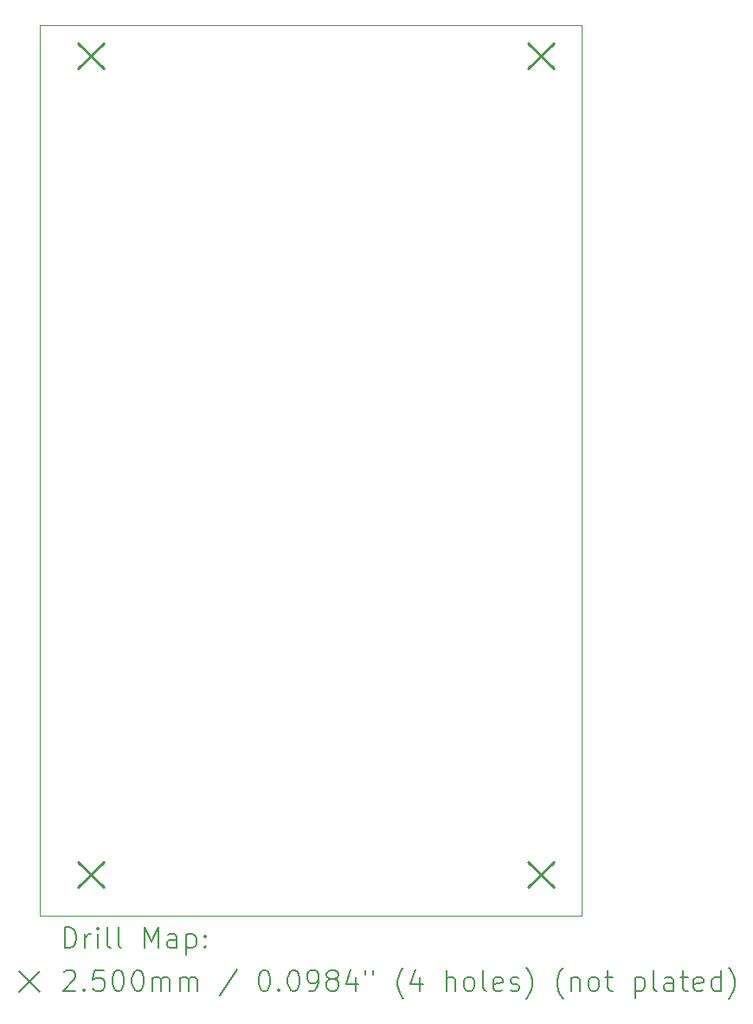
<source format=gbr>
%TF.GenerationSoftware,KiCad,Pcbnew,7.0.1*%
%TF.CreationDate,2023-04-21T09:32:05-07:00*%
%TF.ProjectId,xt60_array,78743630-5f61-4727-9261-792e6b696361,rev?*%
%TF.SameCoordinates,Original*%
%TF.FileFunction,Drillmap*%
%TF.FilePolarity,Positive*%
%FSLAX45Y45*%
G04 Gerber Fmt 4.5, Leading zero omitted, Abs format (unit mm)*
G04 Created by KiCad (PCBNEW 7.0.1) date 2023-04-21 09:32:05*
%MOMM*%
%LPD*%
G01*
G04 APERTURE LIST*
%ADD10C,0.100000*%
%ADD11C,0.200000*%
%ADD12C,0.250000*%
G04 APERTURE END LIST*
D10*
X14200000Y-5300000D02*
X19500000Y-5300000D01*
X19500000Y-14000000D01*
X14200000Y-14000000D01*
X14200000Y-5300000D01*
D11*
D12*
X14575000Y-5475000D02*
X14825000Y-5725000D01*
X14825000Y-5475000D02*
X14575000Y-5725000D01*
X14575000Y-13475000D02*
X14825000Y-13725000D01*
X14825000Y-13475000D02*
X14575000Y-13725000D01*
X18975000Y-5475000D02*
X19225000Y-5725000D01*
X19225000Y-5475000D02*
X18975000Y-5725000D01*
X18975000Y-13475000D02*
X19225000Y-13725000D01*
X19225000Y-13475000D02*
X18975000Y-13725000D01*
D11*
X14442619Y-14317524D02*
X14442619Y-14117524D01*
X14442619Y-14117524D02*
X14490238Y-14117524D01*
X14490238Y-14117524D02*
X14518809Y-14127048D01*
X14518809Y-14127048D02*
X14537857Y-14146095D01*
X14537857Y-14146095D02*
X14547381Y-14165143D01*
X14547381Y-14165143D02*
X14556905Y-14203238D01*
X14556905Y-14203238D02*
X14556905Y-14231809D01*
X14556905Y-14231809D02*
X14547381Y-14269905D01*
X14547381Y-14269905D02*
X14537857Y-14288952D01*
X14537857Y-14288952D02*
X14518809Y-14308000D01*
X14518809Y-14308000D02*
X14490238Y-14317524D01*
X14490238Y-14317524D02*
X14442619Y-14317524D01*
X14642619Y-14317524D02*
X14642619Y-14184190D01*
X14642619Y-14222286D02*
X14652143Y-14203238D01*
X14652143Y-14203238D02*
X14661667Y-14193714D01*
X14661667Y-14193714D02*
X14680714Y-14184190D01*
X14680714Y-14184190D02*
X14699762Y-14184190D01*
X14766428Y-14317524D02*
X14766428Y-14184190D01*
X14766428Y-14117524D02*
X14756905Y-14127048D01*
X14756905Y-14127048D02*
X14766428Y-14136571D01*
X14766428Y-14136571D02*
X14775952Y-14127048D01*
X14775952Y-14127048D02*
X14766428Y-14117524D01*
X14766428Y-14117524D02*
X14766428Y-14136571D01*
X14890238Y-14317524D02*
X14871190Y-14308000D01*
X14871190Y-14308000D02*
X14861667Y-14288952D01*
X14861667Y-14288952D02*
X14861667Y-14117524D01*
X14995000Y-14317524D02*
X14975952Y-14308000D01*
X14975952Y-14308000D02*
X14966428Y-14288952D01*
X14966428Y-14288952D02*
X14966428Y-14117524D01*
X15223571Y-14317524D02*
X15223571Y-14117524D01*
X15223571Y-14117524D02*
X15290238Y-14260381D01*
X15290238Y-14260381D02*
X15356905Y-14117524D01*
X15356905Y-14117524D02*
X15356905Y-14317524D01*
X15537857Y-14317524D02*
X15537857Y-14212762D01*
X15537857Y-14212762D02*
X15528333Y-14193714D01*
X15528333Y-14193714D02*
X15509286Y-14184190D01*
X15509286Y-14184190D02*
X15471190Y-14184190D01*
X15471190Y-14184190D02*
X15452143Y-14193714D01*
X15537857Y-14308000D02*
X15518809Y-14317524D01*
X15518809Y-14317524D02*
X15471190Y-14317524D01*
X15471190Y-14317524D02*
X15452143Y-14308000D01*
X15452143Y-14308000D02*
X15442619Y-14288952D01*
X15442619Y-14288952D02*
X15442619Y-14269905D01*
X15442619Y-14269905D02*
X15452143Y-14250857D01*
X15452143Y-14250857D02*
X15471190Y-14241333D01*
X15471190Y-14241333D02*
X15518809Y-14241333D01*
X15518809Y-14241333D02*
X15537857Y-14231809D01*
X15633095Y-14184190D02*
X15633095Y-14384190D01*
X15633095Y-14193714D02*
X15652143Y-14184190D01*
X15652143Y-14184190D02*
X15690238Y-14184190D01*
X15690238Y-14184190D02*
X15709286Y-14193714D01*
X15709286Y-14193714D02*
X15718809Y-14203238D01*
X15718809Y-14203238D02*
X15728333Y-14222286D01*
X15728333Y-14222286D02*
X15728333Y-14279428D01*
X15728333Y-14279428D02*
X15718809Y-14298476D01*
X15718809Y-14298476D02*
X15709286Y-14308000D01*
X15709286Y-14308000D02*
X15690238Y-14317524D01*
X15690238Y-14317524D02*
X15652143Y-14317524D01*
X15652143Y-14317524D02*
X15633095Y-14308000D01*
X15814048Y-14298476D02*
X15823571Y-14308000D01*
X15823571Y-14308000D02*
X15814048Y-14317524D01*
X15814048Y-14317524D02*
X15804524Y-14308000D01*
X15804524Y-14308000D02*
X15814048Y-14298476D01*
X15814048Y-14298476D02*
X15814048Y-14317524D01*
X15814048Y-14193714D02*
X15823571Y-14203238D01*
X15823571Y-14203238D02*
X15814048Y-14212762D01*
X15814048Y-14212762D02*
X15804524Y-14203238D01*
X15804524Y-14203238D02*
X15814048Y-14193714D01*
X15814048Y-14193714D02*
X15814048Y-14212762D01*
X13995000Y-14545000D02*
X14195000Y-14745000D01*
X14195000Y-14545000D02*
X13995000Y-14745000D01*
X14433095Y-14556571D02*
X14442619Y-14547048D01*
X14442619Y-14547048D02*
X14461667Y-14537524D01*
X14461667Y-14537524D02*
X14509286Y-14537524D01*
X14509286Y-14537524D02*
X14528333Y-14547048D01*
X14528333Y-14547048D02*
X14537857Y-14556571D01*
X14537857Y-14556571D02*
X14547381Y-14575619D01*
X14547381Y-14575619D02*
X14547381Y-14594667D01*
X14547381Y-14594667D02*
X14537857Y-14623238D01*
X14537857Y-14623238D02*
X14423571Y-14737524D01*
X14423571Y-14737524D02*
X14547381Y-14737524D01*
X14633095Y-14718476D02*
X14642619Y-14728000D01*
X14642619Y-14728000D02*
X14633095Y-14737524D01*
X14633095Y-14737524D02*
X14623571Y-14728000D01*
X14623571Y-14728000D02*
X14633095Y-14718476D01*
X14633095Y-14718476D02*
X14633095Y-14737524D01*
X14823571Y-14537524D02*
X14728333Y-14537524D01*
X14728333Y-14537524D02*
X14718809Y-14632762D01*
X14718809Y-14632762D02*
X14728333Y-14623238D01*
X14728333Y-14623238D02*
X14747381Y-14613714D01*
X14747381Y-14613714D02*
X14795000Y-14613714D01*
X14795000Y-14613714D02*
X14814048Y-14623238D01*
X14814048Y-14623238D02*
X14823571Y-14632762D01*
X14823571Y-14632762D02*
X14833095Y-14651809D01*
X14833095Y-14651809D02*
X14833095Y-14699428D01*
X14833095Y-14699428D02*
X14823571Y-14718476D01*
X14823571Y-14718476D02*
X14814048Y-14728000D01*
X14814048Y-14728000D02*
X14795000Y-14737524D01*
X14795000Y-14737524D02*
X14747381Y-14737524D01*
X14747381Y-14737524D02*
X14728333Y-14728000D01*
X14728333Y-14728000D02*
X14718809Y-14718476D01*
X14956905Y-14537524D02*
X14975952Y-14537524D01*
X14975952Y-14537524D02*
X14995000Y-14547048D01*
X14995000Y-14547048D02*
X15004524Y-14556571D01*
X15004524Y-14556571D02*
X15014048Y-14575619D01*
X15014048Y-14575619D02*
X15023571Y-14613714D01*
X15023571Y-14613714D02*
X15023571Y-14661333D01*
X15023571Y-14661333D02*
X15014048Y-14699428D01*
X15014048Y-14699428D02*
X15004524Y-14718476D01*
X15004524Y-14718476D02*
X14995000Y-14728000D01*
X14995000Y-14728000D02*
X14975952Y-14737524D01*
X14975952Y-14737524D02*
X14956905Y-14737524D01*
X14956905Y-14737524D02*
X14937857Y-14728000D01*
X14937857Y-14728000D02*
X14928333Y-14718476D01*
X14928333Y-14718476D02*
X14918809Y-14699428D01*
X14918809Y-14699428D02*
X14909286Y-14661333D01*
X14909286Y-14661333D02*
X14909286Y-14613714D01*
X14909286Y-14613714D02*
X14918809Y-14575619D01*
X14918809Y-14575619D02*
X14928333Y-14556571D01*
X14928333Y-14556571D02*
X14937857Y-14547048D01*
X14937857Y-14547048D02*
X14956905Y-14537524D01*
X15147381Y-14537524D02*
X15166429Y-14537524D01*
X15166429Y-14537524D02*
X15185476Y-14547048D01*
X15185476Y-14547048D02*
X15195000Y-14556571D01*
X15195000Y-14556571D02*
X15204524Y-14575619D01*
X15204524Y-14575619D02*
X15214048Y-14613714D01*
X15214048Y-14613714D02*
X15214048Y-14661333D01*
X15214048Y-14661333D02*
X15204524Y-14699428D01*
X15204524Y-14699428D02*
X15195000Y-14718476D01*
X15195000Y-14718476D02*
X15185476Y-14728000D01*
X15185476Y-14728000D02*
X15166429Y-14737524D01*
X15166429Y-14737524D02*
X15147381Y-14737524D01*
X15147381Y-14737524D02*
X15128333Y-14728000D01*
X15128333Y-14728000D02*
X15118809Y-14718476D01*
X15118809Y-14718476D02*
X15109286Y-14699428D01*
X15109286Y-14699428D02*
X15099762Y-14661333D01*
X15099762Y-14661333D02*
X15099762Y-14613714D01*
X15099762Y-14613714D02*
X15109286Y-14575619D01*
X15109286Y-14575619D02*
X15118809Y-14556571D01*
X15118809Y-14556571D02*
X15128333Y-14547048D01*
X15128333Y-14547048D02*
X15147381Y-14537524D01*
X15299762Y-14737524D02*
X15299762Y-14604190D01*
X15299762Y-14623238D02*
X15309286Y-14613714D01*
X15309286Y-14613714D02*
X15328333Y-14604190D01*
X15328333Y-14604190D02*
X15356905Y-14604190D01*
X15356905Y-14604190D02*
X15375952Y-14613714D01*
X15375952Y-14613714D02*
X15385476Y-14632762D01*
X15385476Y-14632762D02*
X15385476Y-14737524D01*
X15385476Y-14632762D02*
X15395000Y-14613714D01*
X15395000Y-14613714D02*
X15414048Y-14604190D01*
X15414048Y-14604190D02*
X15442619Y-14604190D01*
X15442619Y-14604190D02*
X15461667Y-14613714D01*
X15461667Y-14613714D02*
X15471190Y-14632762D01*
X15471190Y-14632762D02*
X15471190Y-14737524D01*
X15566429Y-14737524D02*
X15566429Y-14604190D01*
X15566429Y-14623238D02*
X15575952Y-14613714D01*
X15575952Y-14613714D02*
X15595000Y-14604190D01*
X15595000Y-14604190D02*
X15623571Y-14604190D01*
X15623571Y-14604190D02*
X15642619Y-14613714D01*
X15642619Y-14613714D02*
X15652143Y-14632762D01*
X15652143Y-14632762D02*
X15652143Y-14737524D01*
X15652143Y-14632762D02*
X15661667Y-14613714D01*
X15661667Y-14613714D02*
X15680714Y-14604190D01*
X15680714Y-14604190D02*
X15709286Y-14604190D01*
X15709286Y-14604190D02*
X15728333Y-14613714D01*
X15728333Y-14613714D02*
X15737857Y-14632762D01*
X15737857Y-14632762D02*
X15737857Y-14737524D01*
X16128333Y-14528000D02*
X15956905Y-14785143D01*
X16385476Y-14537524D02*
X16404524Y-14537524D01*
X16404524Y-14537524D02*
X16423572Y-14547048D01*
X16423572Y-14547048D02*
X16433095Y-14556571D01*
X16433095Y-14556571D02*
X16442619Y-14575619D01*
X16442619Y-14575619D02*
X16452143Y-14613714D01*
X16452143Y-14613714D02*
X16452143Y-14661333D01*
X16452143Y-14661333D02*
X16442619Y-14699428D01*
X16442619Y-14699428D02*
X16433095Y-14718476D01*
X16433095Y-14718476D02*
X16423572Y-14728000D01*
X16423572Y-14728000D02*
X16404524Y-14737524D01*
X16404524Y-14737524D02*
X16385476Y-14737524D01*
X16385476Y-14737524D02*
X16366429Y-14728000D01*
X16366429Y-14728000D02*
X16356905Y-14718476D01*
X16356905Y-14718476D02*
X16347381Y-14699428D01*
X16347381Y-14699428D02*
X16337857Y-14661333D01*
X16337857Y-14661333D02*
X16337857Y-14613714D01*
X16337857Y-14613714D02*
X16347381Y-14575619D01*
X16347381Y-14575619D02*
X16356905Y-14556571D01*
X16356905Y-14556571D02*
X16366429Y-14547048D01*
X16366429Y-14547048D02*
X16385476Y-14537524D01*
X16537857Y-14718476D02*
X16547381Y-14728000D01*
X16547381Y-14728000D02*
X16537857Y-14737524D01*
X16537857Y-14737524D02*
X16528333Y-14728000D01*
X16528333Y-14728000D02*
X16537857Y-14718476D01*
X16537857Y-14718476D02*
X16537857Y-14737524D01*
X16671191Y-14537524D02*
X16690238Y-14537524D01*
X16690238Y-14537524D02*
X16709286Y-14547048D01*
X16709286Y-14547048D02*
X16718810Y-14556571D01*
X16718810Y-14556571D02*
X16728333Y-14575619D01*
X16728333Y-14575619D02*
X16737857Y-14613714D01*
X16737857Y-14613714D02*
X16737857Y-14661333D01*
X16737857Y-14661333D02*
X16728333Y-14699428D01*
X16728333Y-14699428D02*
X16718810Y-14718476D01*
X16718810Y-14718476D02*
X16709286Y-14728000D01*
X16709286Y-14728000D02*
X16690238Y-14737524D01*
X16690238Y-14737524D02*
X16671191Y-14737524D01*
X16671191Y-14737524D02*
X16652143Y-14728000D01*
X16652143Y-14728000D02*
X16642619Y-14718476D01*
X16642619Y-14718476D02*
X16633095Y-14699428D01*
X16633095Y-14699428D02*
X16623572Y-14661333D01*
X16623572Y-14661333D02*
X16623572Y-14613714D01*
X16623572Y-14613714D02*
X16633095Y-14575619D01*
X16633095Y-14575619D02*
X16642619Y-14556571D01*
X16642619Y-14556571D02*
X16652143Y-14547048D01*
X16652143Y-14547048D02*
X16671191Y-14537524D01*
X16833095Y-14737524D02*
X16871191Y-14737524D01*
X16871191Y-14737524D02*
X16890238Y-14728000D01*
X16890238Y-14728000D02*
X16899762Y-14718476D01*
X16899762Y-14718476D02*
X16918810Y-14689905D01*
X16918810Y-14689905D02*
X16928334Y-14651809D01*
X16928334Y-14651809D02*
X16928334Y-14575619D01*
X16928334Y-14575619D02*
X16918810Y-14556571D01*
X16918810Y-14556571D02*
X16909286Y-14547048D01*
X16909286Y-14547048D02*
X16890238Y-14537524D01*
X16890238Y-14537524D02*
X16852143Y-14537524D01*
X16852143Y-14537524D02*
X16833095Y-14547048D01*
X16833095Y-14547048D02*
X16823572Y-14556571D01*
X16823572Y-14556571D02*
X16814048Y-14575619D01*
X16814048Y-14575619D02*
X16814048Y-14623238D01*
X16814048Y-14623238D02*
X16823572Y-14642286D01*
X16823572Y-14642286D02*
X16833095Y-14651809D01*
X16833095Y-14651809D02*
X16852143Y-14661333D01*
X16852143Y-14661333D02*
X16890238Y-14661333D01*
X16890238Y-14661333D02*
X16909286Y-14651809D01*
X16909286Y-14651809D02*
X16918810Y-14642286D01*
X16918810Y-14642286D02*
X16928334Y-14623238D01*
X17042619Y-14623238D02*
X17023572Y-14613714D01*
X17023572Y-14613714D02*
X17014048Y-14604190D01*
X17014048Y-14604190D02*
X17004524Y-14585143D01*
X17004524Y-14585143D02*
X17004524Y-14575619D01*
X17004524Y-14575619D02*
X17014048Y-14556571D01*
X17014048Y-14556571D02*
X17023572Y-14547048D01*
X17023572Y-14547048D02*
X17042619Y-14537524D01*
X17042619Y-14537524D02*
X17080715Y-14537524D01*
X17080715Y-14537524D02*
X17099762Y-14547048D01*
X17099762Y-14547048D02*
X17109286Y-14556571D01*
X17109286Y-14556571D02*
X17118810Y-14575619D01*
X17118810Y-14575619D02*
X17118810Y-14585143D01*
X17118810Y-14585143D02*
X17109286Y-14604190D01*
X17109286Y-14604190D02*
X17099762Y-14613714D01*
X17099762Y-14613714D02*
X17080715Y-14623238D01*
X17080715Y-14623238D02*
X17042619Y-14623238D01*
X17042619Y-14623238D02*
X17023572Y-14632762D01*
X17023572Y-14632762D02*
X17014048Y-14642286D01*
X17014048Y-14642286D02*
X17004524Y-14661333D01*
X17004524Y-14661333D02*
X17004524Y-14699428D01*
X17004524Y-14699428D02*
X17014048Y-14718476D01*
X17014048Y-14718476D02*
X17023572Y-14728000D01*
X17023572Y-14728000D02*
X17042619Y-14737524D01*
X17042619Y-14737524D02*
X17080715Y-14737524D01*
X17080715Y-14737524D02*
X17099762Y-14728000D01*
X17099762Y-14728000D02*
X17109286Y-14718476D01*
X17109286Y-14718476D02*
X17118810Y-14699428D01*
X17118810Y-14699428D02*
X17118810Y-14661333D01*
X17118810Y-14661333D02*
X17109286Y-14642286D01*
X17109286Y-14642286D02*
X17099762Y-14632762D01*
X17099762Y-14632762D02*
X17080715Y-14623238D01*
X17290238Y-14604190D02*
X17290238Y-14737524D01*
X17242619Y-14528000D02*
X17195000Y-14670857D01*
X17195000Y-14670857D02*
X17318810Y-14670857D01*
X17385476Y-14537524D02*
X17385476Y-14575619D01*
X17461667Y-14537524D02*
X17461667Y-14575619D01*
X17756905Y-14813714D02*
X17747381Y-14804190D01*
X17747381Y-14804190D02*
X17728334Y-14775619D01*
X17728334Y-14775619D02*
X17718810Y-14756571D01*
X17718810Y-14756571D02*
X17709286Y-14728000D01*
X17709286Y-14728000D02*
X17699762Y-14680381D01*
X17699762Y-14680381D02*
X17699762Y-14642286D01*
X17699762Y-14642286D02*
X17709286Y-14594667D01*
X17709286Y-14594667D02*
X17718810Y-14566095D01*
X17718810Y-14566095D02*
X17728334Y-14547048D01*
X17728334Y-14547048D02*
X17747381Y-14518476D01*
X17747381Y-14518476D02*
X17756905Y-14508952D01*
X17918810Y-14604190D02*
X17918810Y-14737524D01*
X17871191Y-14528000D02*
X17823572Y-14670857D01*
X17823572Y-14670857D02*
X17947381Y-14670857D01*
X18175953Y-14737524D02*
X18175953Y-14537524D01*
X18261667Y-14737524D02*
X18261667Y-14632762D01*
X18261667Y-14632762D02*
X18252143Y-14613714D01*
X18252143Y-14613714D02*
X18233096Y-14604190D01*
X18233096Y-14604190D02*
X18204524Y-14604190D01*
X18204524Y-14604190D02*
X18185477Y-14613714D01*
X18185477Y-14613714D02*
X18175953Y-14623238D01*
X18385477Y-14737524D02*
X18366429Y-14728000D01*
X18366429Y-14728000D02*
X18356905Y-14718476D01*
X18356905Y-14718476D02*
X18347381Y-14699428D01*
X18347381Y-14699428D02*
X18347381Y-14642286D01*
X18347381Y-14642286D02*
X18356905Y-14623238D01*
X18356905Y-14623238D02*
X18366429Y-14613714D01*
X18366429Y-14613714D02*
X18385477Y-14604190D01*
X18385477Y-14604190D02*
X18414048Y-14604190D01*
X18414048Y-14604190D02*
X18433096Y-14613714D01*
X18433096Y-14613714D02*
X18442619Y-14623238D01*
X18442619Y-14623238D02*
X18452143Y-14642286D01*
X18452143Y-14642286D02*
X18452143Y-14699428D01*
X18452143Y-14699428D02*
X18442619Y-14718476D01*
X18442619Y-14718476D02*
X18433096Y-14728000D01*
X18433096Y-14728000D02*
X18414048Y-14737524D01*
X18414048Y-14737524D02*
X18385477Y-14737524D01*
X18566429Y-14737524D02*
X18547381Y-14728000D01*
X18547381Y-14728000D02*
X18537858Y-14708952D01*
X18537858Y-14708952D02*
X18537858Y-14537524D01*
X18718810Y-14728000D02*
X18699762Y-14737524D01*
X18699762Y-14737524D02*
X18661667Y-14737524D01*
X18661667Y-14737524D02*
X18642619Y-14728000D01*
X18642619Y-14728000D02*
X18633096Y-14708952D01*
X18633096Y-14708952D02*
X18633096Y-14632762D01*
X18633096Y-14632762D02*
X18642619Y-14613714D01*
X18642619Y-14613714D02*
X18661667Y-14604190D01*
X18661667Y-14604190D02*
X18699762Y-14604190D01*
X18699762Y-14604190D02*
X18718810Y-14613714D01*
X18718810Y-14613714D02*
X18728334Y-14632762D01*
X18728334Y-14632762D02*
X18728334Y-14651809D01*
X18728334Y-14651809D02*
X18633096Y-14670857D01*
X18804524Y-14728000D02*
X18823572Y-14737524D01*
X18823572Y-14737524D02*
X18861667Y-14737524D01*
X18861667Y-14737524D02*
X18880715Y-14728000D01*
X18880715Y-14728000D02*
X18890239Y-14708952D01*
X18890239Y-14708952D02*
X18890239Y-14699428D01*
X18890239Y-14699428D02*
X18880715Y-14680381D01*
X18880715Y-14680381D02*
X18861667Y-14670857D01*
X18861667Y-14670857D02*
X18833096Y-14670857D01*
X18833096Y-14670857D02*
X18814048Y-14661333D01*
X18814048Y-14661333D02*
X18804524Y-14642286D01*
X18804524Y-14642286D02*
X18804524Y-14632762D01*
X18804524Y-14632762D02*
X18814048Y-14613714D01*
X18814048Y-14613714D02*
X18833096Y-14604190D01*
X18833096Y-14604190D02*
X18861667Y-14604190D01*
X18861667Y-14604190D02*
X18880715Y-14613714D01*
X18956905Y-14813714D02*
X18966429Y-14804190D01*
X18966429Y-14804190D02*
X18985477Y-14775619D01*
X18985477Y-14775619D02*
X18995000Y-14756571D01*
X18995000Y-14756571D02*
X19004524Y-14728000D01*
X19004524Y-14728000D02*
X19014048Y-14680381D01*
X19014048Y-14680381D02*
X19014048Y-14642286D01*
X19014048Y-14642286D02*
X19004524Y-14594667D01*
X19004524Y-14594667D02*
X18995000Y-14566095D01*
X18995000Y-14566095D02*
X18985477Y-14547048D01*
X18985477Y-14547048D02*
X18966429Y-14518476D01*
X18966429Y-14518476D02*
X18956905Y-14508952D01*
X19318810Y-14813714D02*
X19309286Y-14804190D01*
X19309286Y-14804190D02*
X19290239Y-14775619D01*
X19290239Y-14775619D02*
X19280715Y-14756571D01*
X19280715Y-14756571D02*
X19271191Y-14728000D01*
X19271191Y-14728000D02*
X19261667Y-14680381D01*
X19261667Y-14680381D02*
X19261667Y-14642286D01*
X19261667Y-14642286D02*
X19271191Y-14594667D01*
X19271191Y-14594667D02*
X19280715Y-14566095D01*
X19280715Y-14566095D02*
X19290239Y-14547048D01*
X19290239Y-14547048D02*
X19309286Y-14518476D01*
X19309286Y-14518476D02*
X19318810Y-14508952D01*
X19395000Y-14604190D02*
X19395000Y-14737524D01*
X19395000Y-14623238D02*
X19404524Y-14613714D01*
X19404524Y-14613714D02*
X19423572Y-14604190D01*
X19423572Y-14604190D02*
X19452143Y-14604190D01*
X19452143Y-14604190D02*
X19471191Y-14613714D01*
X19471191Y-14613714D02*
X19480715Y-14632762D01*
X19480715Y-14632762D02*
X19480715Y-14737524D01*
X19604524Y-14737524D02*
X19585477Y-14728000D01*
X19585477Y-14728000D02*
X19575953Y-14718476D01*
X19575953Y-14718476D02*
X19566429Y-14699428D01*
X19566429Y-14699428D02*
X19566429Y-14642286D01*
X19566429Y-14642286D02*
X19575953Y-14623238D01*
X19575953Y-14623238D02*
X19585477Y-14613714D01*
X19585477Y-14613714D02*
X19604524Y-14604190D01*
X19604524Y-14604190D02*
X19633096Y-14604190D01*
X19633096Y-14604190D02*
X19652143Y-14613714D01*
X19652143Y-14613714D02*
X19661667Y-14623238D01*
X19661667Y-14623238D02*
X19671191Y-14642286D01*
X19671191Y-14642286D02*
X19671191Y-14699428D01*
X19671191Y-14699428D02*
X19661667Y-14718476D01*
X19661667Y-14718476D02*
X19652143Y-14728000D01*
X19652143Y-14728000D02*
X19633096Y-14737524D01*
X19633096Y-14737524D02*
X19604524Y-14737524D01*
X19728334Y-14604190D02*
X19804524Y-14604190D01*
X19756905Y-14537524D02*
X19756905Y-14708952D01*
X19756905Y-14708952D02*
X19766429Y-14728000D01*
X19766429Y-14728000D02*
X19785477Y-14737524D01*
X19785477Y-14737524D02*
X19804524Y-14737524D01*
X20023572Y-14604190D02*
X20023572Y-14804190D01*
X20023572Y-14613714D02*
X20042620Y-14604190D01*
X20042620Y-14604190D02*
X20080715Y-14604190D01*
X20080715Y-14604190D02*
X20099762Y-14613714D01*
X20099762Y-14613714D02*
X20109286Y-14623238D01*
X20109286Y-14623238D02*
X20118810Y-14642286D01*
X20118810Y-14642286D02*
X20118810Y-14699428D01*
X20118810Y-14699428D02*
X20109286Y-14718476D01*
X20109286Y-14718476D02*
X20099762Y-14728000D01*
X20099762Y-14728000D02*
X20080715Y-14737524D01*
X20080715Y-14737524D02*
X20042620Y-14737524D01*
X20042620Y-14737524D02*
X20023572Y-14728000D01*
X20233096Y-14737524D02*
X20214048Y-14728000D01*
X20214048Y-14728000D02*
X20204524Y-14708952D01*
X20204524Y-14708952D02*
X20204524Y-14537524D01*
X20395001Y-14737524D02*
X20395001Y-14632762D01*
X20395001Y-14632762D02*
X20385477Y-14613714D01*
X20385477Y-14613714D02*
X20366429Y-14604190D01*
X20366429Y-14604190D02*
X20328334Y-14604190D01*
X20328334Y-14604190D02*
X20309286Y-14613714D01*
X20395001Y-14728000D02*
X20375953Y-14737524D01*
X20375953Y-14737524D02*
X20328334Y-14737524D01*
X20328334Y-14737524D02*
X20309286Y-14728000D01*
X20309286Y-14728000D02*
X20299762Y-14708952D01*
X20299762Y-14708952D02*
X20299762Y-14689905D01*
X20299762Y-14689905D02*
X20309286Y-14670857D01*
X20309286Y-14670857D02*
X20328334Y-14661333D01*
X20328334Y-14661333D02*
X20375953Y-14661333D01*
X20375953Y-14661333D02*
X20395001Y-14651809D01*
X20461667Y-14604190D02*
X20537858Y-14604190D01*
X20490239Y-14537524D02*
X20490239Y-14708952D01*
X20490239Y-14708952D02*
X20499762Y-14728000D01*
X20499762Y-14728000D02*
X20518810Y-14737524D01*
X20518810Y-14737524D02*
X20537858Y-14737524D01*
X20680715Y-14728000D02*
X20661667Y-14737524D01*
X20661667Y-14737524D02*
X20623572Y-14737524D01*
X20623572Y-14737524D02*
X20604524Y-14728000D01*
X20604524Y-14728000D02*
X20595001Y-14708952D01*
X20595001Y-14708952D02*
X20595001Y-14632762D01*
X20595001Y-14632762D02*
X20604524Y-14613714D01*
X20604524Y-14613714D02*
X20623572Y-14604190D01*
X20623572Y-14604190D02*
X20661667Y-14604190D01*
X20661667Y-14604190D02*
X20680715Y-14613714D01*
X20680715Y-14613714D02*
X20690239Y-14632762D01*
X20690239Y-14632762D02*
X20690239Y-14651809D01*
X20690239Y-14651809D02*
X20595001Y-14670857D01*
X20861667Y-14737524D02*
X20861667Y-14537524D01*
X20861667Y-14728000D02*
X20842620Y-14737524D01*
X20842620Y-14737524D02*
X20804524Y-14737524D01*
X20804524Y-14737524D02*
X20785477Y-14728000D01*
X20785477Y-14728000D02*
X20775953Y-14718476D01*
X20775953Y-14718476D02*
X20766429Y-14699428D01*
X20766429Y-14699428D02*
X20766429Y-14642286D01*
X20766429Y-14642286D02*
X20775953Y-14623238D01*
X20775953Y-14623238D02*
X20785477Y-14613714D01*
X20785477Y-14613714D02*
X20804524Y-14604190D01*
X20804524Y-14604190D02*
X20842620Y-14604190D01*
X20842620Y-14604190D02*
X20861667Y-14613714D01*
X20937858Y-14813714D02*
X20947382Y-14804190D01*
X20947382Y-14804190D02*
X20966429Y-14775619D01*
X20966429Y-14775619D02*
X20975953Y-14756571D01*
X20975953Y-14756571D02*
X20985477Y-14728000D01*
X20985477Y-14728000D02*
X20995001Y-14680381D01*
X20995001Y-14680381D02*
X20995001Y-14642286D01*
X20995001Y-14642286D02*
X20985477Y-14594667D01*
X20985477Y-14594667D02*
X20975953Y-14566095D01*
X20975953Y-14566095D02*
X20966429Y-14547048D01*
X20966429Y-14547048D02*
X20947382Y-14518476D01*
X20947382Y-14518476D02*
X20937858Y-14508952D01*
M02*

</source>
